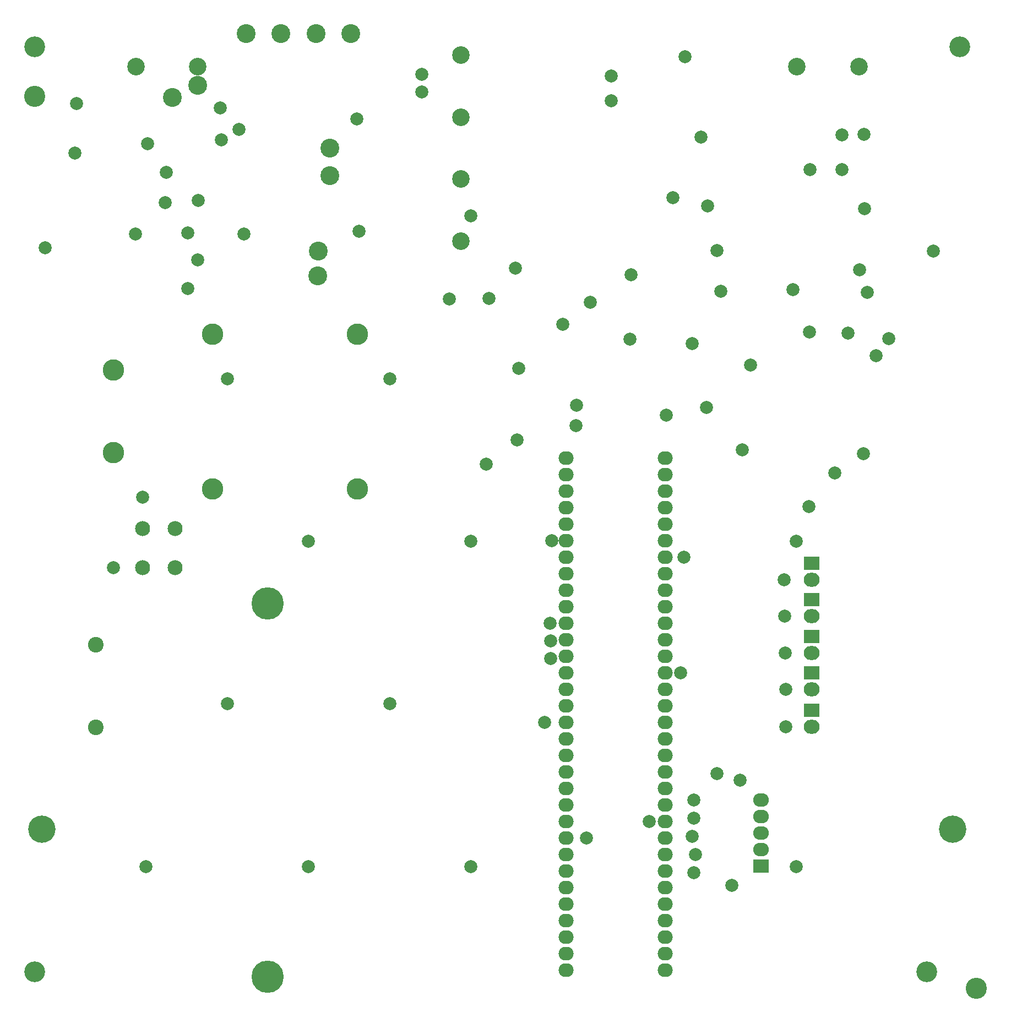
<source format=gbs>
%FSLAX25Y25*%
%MOIN*%
G70*
G01*
G75*
G04 Layer_Color=16711935*
G04:AMPARAMS|DCode=10|XSize=43.31mil|YSize=39.37mil|CornerRadius=0mil|HoleSize=0mil|Usage=FLASHONLY|Rotation=90.000|XOffset=0mil|YOffset=0mil|HoleType=Round|Shape=RoundedRectangle|*
%AMROUNDEDRECTD10*
21,1,0.04331,0.03937,0,0,90.0*
21,1,0.04331,0.03937,0,0,90.0*
1,1,0.00000,0.01969,0.02165*
1,1,0.00000,0.01969,-0.02165*
1,1,0.00000,-0.01969,-0.02165*
1,1,0.00000,-0.01969,0.02165*
%
%ADD10ROUNDEDRECTD10*%
%ADD11R,0.04500X0.05300*%
%ADD12R,0.04100X0.03000*%
%ADD13R,0.03000X0.04100*%
%ADD14R,0.05118X0.10630*%
%ADD15R,0.07795X0.02362*%
G04:AMPARAMS|DCode=16|XSize=23.62mil|YSize=77.95mil|CornerRadius=0mil|HoleSize=0mil|Usage=FLASHONLY|Rotation=270.000|XOffset=0mil|YOffset=0mil|HoleType=Round|Shape=Octagon|*
%AMOCTAGOND16*
4,1,8,0.03898,0.00591,0.03898,-0.00591,0.03307,-0.01181,-0.03307,-0.01181,-0.03898,-0.00591,-0.03898,0.00591,-0.03307,0.01181,0.03307,0.01181,0.03898,0.00591,0.0*
%
%ADD16OCTAGOND16*%

%ADD17R,0.13976X0.10236*%
%ADD18R,0.05906X0.05906*%
G04:AMPARAMS|DCode=19|XSize=118.11mil|YSize=61.02mil|CornerRadius=0mil|HoleSize=0mil|Usage=FLASHONLY|Rotation=270.000|XOffset=0mil|YOffset=0mil|HoleType=Round|Shape=RoundedRectangle|*
%AMROUNDEDRECTD19*
21,1,0.11811,0.06102,0,0,270.0*
21,1,0.11811,0.06102,0,0,270.0*
1,1,0.00000,-0.03051,-0.05906*
1,1,0.00000,-0.03051,0.05906*
1,1,0.00000,0.03051,0.05906*
1,1,0.00000,0.03051,-0.05906*
%
%ADD19ROUNDEDRECTD19*%
G04:AMPARAMS|DCode=20|XSize=43.31mil|YSize=39.37mil|CornerRadius=0mil|HoleSize=0mil|Usage=FLASHONLY|Rotation=180.000|XOffset=0mil|YOffset=0mil|HoleType=Round|Shape=RoundedRectangle|*
%AMROUNDEDRECTD20*
21,1,0.04331,0.03937,0,0,180.0*
21,1,0.04331,0.03937,0,0,180.0*
1,1,0.00000,-0.02165,0.01969*
1,1,0.00000,0.02165,0.01969*
1,1,0.00000,0.02165,-0.01969*
1,1,0.00000,-0.02165,-0.01969*
%
%ADD20ROUNDEDRECTD20*%
%ADD21R,0.10433X0.06890*%
%ADD22R,0.04724X0.08661*%
%ADD23R,0.22835X0.25197*%
%ADD24R,0.03150X0.06299*%
%ADD25R,0.07874X0.21260*%
%ADD26R,0.10630X0.05118*%
%ADD27R,0.10000X0.15000*%
%ADD28R,0.09000X0.05000*%
%ADD29R,0.04500X0.05500*%
%ADD30R,0.07800X0.07000*%
%ADD31R,0.07008X0.02638*%
G04:AMPARAMS|DCode=32|XSize=26.38mil|YSize=70.08mil|CornerRadius=0mil|HoleSize=0mil|Usage=FLASHONLY|Rotation=90.000|XOffset=0mil|YOffset=0mil|HoleType=Round|Shape=Octagon|*
%AMOCTAGOND32*
4,1,8,-0.03504,-0.00660,-0.03504,0.00660,-0.02845,0.01319,0.02845,0.01319,0.03504,0.00660,0.03504,-0.00660,0.02845,-0.01319,-0.02845,-0.01319,-0.03504,-0.00660,0.0*
%
%ADD32OCTAGOND32*%

%ADD33R,0.21260X0.07874*%
%ADD34R,0.06890X0.09646*%
%ADD35C,0.04921*%
%ADD36C,0.05000*%
%ADD37O,0.01400X0.00700*%
%ADD38C,0.03500*%
%ADD39O,0.00700X0.01400*%
%ADD40R,0.08661X0.04724*%
%ADD41R,0.25197X0.22835*%
%ADD42R,0.10236X0.13976*%
%ADD43R,0.02638X0.07008*%
G04:AMPARAMS|DCode=44|XSize=26.38mil|YSize=70.08mil|CornerRadius=0mil|HoleSize=0mil|Usage=FLASHONLY|Rotation=180.000|XOffset=0mil|YOffset=0mil|HoleType=Round|Shape=Octagon|*
%AMOCTAGOND44*
4,1,8,0.00660,-0.03504,-0.00660,-0.03504,-0.01319,-0.02845,-0.01319,0.02845,-0.00660,0.03504,0.00660,0.03504,0.01319,0.02845,0.01319,-0.02845,0.00660,-0.03504,0.0*
%
%ADD44OCTAGOND44*%

%ADD45R,0.07800X0.07000*%
%ADD46R,0.05906X0.05906*%
%ADD47C,0.02362*%
%ADD48C,0.16500*%
%ADD49C,0.09843*%
%ADD50R,0.08661X0.07480*%
%ADD51C,0.08268*%
%ADD52O,0.08268X0.07480*%
%ADD53C,0.18779*%
%ADD54C,0.08661*%
%ADD55C,0.12200*%
%ADD56O,0.08661X0.07480*%
%ADD57C,0.11811*%
%ADD58C,0.15748*%
%ADD59C,0.00600*%
%ADD60C,0.00787*%
%ADD61C,0.00500*%
%ADD62C,0.00800*%
%ADD63C,0.00787*%
%ADD64C,0.01000*%
%ADD65C,0.01200*%
G04:AMPARAMS|DCode=66|XSize=51.31mil|YSize=47.37mil|CornerRadius=0mil|HoleSize=0mil|Usage=FLASHONLY|Rotation=90.000|XOffset=0mil|YOffset=0mil|HoleType=Round|Shape=RoundedRectangle|*
%AMROUNDEDRECTD66*
21,1,0.05131,0.04737,0,0,90.0*
21,1,0.05131,0.04737,0,0,90.0*
1,1,0.00000,0.02369,0.02565*
1,1,0.00000,0.02369,-0.02565*
1,1,0.00000,-0.02369,-0.02565*
1,1,0.00000,-0.02369,0.02565*
%
%ADD66ROUNDEDRECTD66*%
%ADD67R,0.05300X0.06100*%
%ADD68R,0.04900X0.03800*%
%ADD69R,0.03800X0.04900*%
%ADD70R,0.05918X0.11430*%
%ADD71R,0.08595X0.03162*%
G04:AMPARAMS|DCode=72|XSize=31.62mil|YSize=85.95mil|CornerRadius=0mil|HoleSize=0mil|Usage=FLASHONLY|Rotation=270.000|XOffset=0mil|YOffset=0mil|HoleType=Round|Shape=Octagon|*
%AMOCTAGOND72*
4,1,8,0.04298,0.00791,0.04298,-0.00791,0.03507,-0.01581,-0.03507,-0.01581,-0.04298,-0.00791,-0.04298,0.00791,-0.03507,0.01581,0.03507,0.01581,0.04298,0.00791,0.0*
%
%ADD72OCTAGOND72*%

%ADD73R,0.14776X0.11036*%
%ADD74R,0.06706X0.06706*%
G04:AMPARAMS|DCode=75|XSize=126.11mil|YSize=69.02mil|CornerRadius=0mil|HoleSize=0mil|Usage=FLASHONLY|Rotation=270.000|XOffset=0mil|YOffset=0mil|HoleType=Round|Shape=RoundedRectangle|*
%AMROUNDEDRECTD75*
21,1,0.12611,0.06902,0,0,270.0*
21,1,0.12611,0.06902,0,0,270.0*
1,1,0.00000,-0.03451,-0.06306*
1,1,0.00000,-0.03451,0.06306*
1,1,0.00000,0.03451,0.06306*
1,1,0.00000,0.03451,-0.06306*
%
%ADD75ROUNDEDRECTD75*%
G04:AMPARAMS|DCode=76|XSize=51.31mil|YSize=47.37mil|CornerRadius=0mil|HoleSize=0mil|Usage=FLASHONLY|Rotation=180.000|XOffset=0mil|YOffset=0mil|HoleType=Round|Shape=RoundedRectangle|*
%AMROUNDEDRECTD76*
21,1,0.05131,0.04737,0,0,180.0*
21,1,0.05131,0.04737,0,0,180.0*
1,1,0.00000,-0.02565,0.02369*
1,1,0.00000,0.02565,0.02369*
1,1,0.00000,0.02565,-0.02369*
1,1,0.00000,-0.02565,-0.02369*
%
%ADD76ROUNDEDRECTD76*%
%ADD77R,0.11233X0.07690*%
%ADD78R,0.05524X0.09461*%
%ADD79R,0.23635X0.25997*%
%ADD80R,0.03950X0.07099*%
%ADD81R,0.08674X0.22060*%
%ADD82R,0.11430X0.05918*%
%ADD83R,0.10800X0.15800*%
%ADD84R,0.09800X0.05800*%
%ADD85R,0.05300X0.06300*%
%ADD86R,0.08600X0.07800*%
%ADD87R,0.07808X0.03438*%
G04:AMPARAMS|DCode=88|XSize=34.38mil|YSize=78.08mil|CornerRadius=0mil|HoleSize=0mil|Usage=FLASHONLY|Rotation=90.000|XOffset=0mil|YOffset=0mil|HoleType=Round|Shape=Octagon|*
%AMOCTAGOND88*
4,1,8,-0.03904,-0.00860,-0.03904,0.00860,-0.03045,0.01719,0.03045,0.01719,0.03904,0.00860,0.03904,-0.00860,0.03045,-0.01719,-0.03045,-0.01719,-0.03904,-0.00860,0.0*
%
%ADD88OCTAGOND88*%

%ADD89R,0.22060X0.08674*%
%ADD90R,0.07690X0.10446*%
%ADD91C,0.12795*%
%ADD92R,0.09461X0.05524*%
%ADD93R,0.25997X0.23635*%
%ADD94R,0.11036X0.14776*%
%ADD95R,0.03438X0.07808*%
G04:AMPARAMS|DCode=96|XSize=34.38mil|YSize=78.08mil|CornerRadius=0mil|HoleSize=0mil|Usage=FLASHONLY|Rotation=180.000|XOffset=0mil|YOffset=0mil|HoleType=Round|Shape=Octagon|*
%AMOCTAGOND96*
4,1,8,0.00860,-0.03904,-0.00860,-0.03904,-0.01719,-0.03045,-0.01719,0.03045,-0.00860,0.03904,0.00860,0.03904,0.01719,0.03045,0.01719,-0.03045,0.00860,-0.03904,0.0*
%
%ADD96OCTAGOND96*%

%ADD97R,0.08600X0.07800*%
%ADD98R,0.06706X0.06706*%
%ADD99C,0.10642*%
%ADD100R,0.09661X0.08480*%
%ADD101C,0.09068*%
%ADD102O,0.09068X0.08280*%
%ADD103C,0.19580*%
%ADD104C,0.09461*%
%ADD105C,0.13000*%
%ADD106O,0.09661X0.08480*%
%ADD107O,0.09461X0.08280*%
%ADD108R,0.09461X0.08280*%
%ADD109C,0.12611*%
%ADD110C,0.16548*%
%ADD111C,0.07868*%
%ADD112C,0.11411*%
D91*
X-280000Y250000D02*
D03*
X290000Y-290000D02*
D03*
D99*
X-181260Y268000D02*
D03*
X-218740D02*
D03*
X-22000Y237260D02*
D03*
Y274740D02*
D03*
Y162299D02*
D03*
Y199779D02*
D03*
X218922Y268000D02*
D03*
X181442D02*
D03*
D100*
X190508Y-54955D02*
D03*
Y-121655D02*
D03*
Y-99255D02*
D03*
Y-77155D02*
D03*
Y-32655D02*
D03*
D101*
X-214567Y-35433D02*
D03*
X-194882D02*
D03*
Y-11811D02*
D03*
X-214567D02*
D03*
D102*
X101858Y30945D02*
D03*
Y20945D02*
D03*
Y10945D02*
D03*
Y945D02*
D03*
Y-9055D02*
D03*
Y-19055D02*
D03*
Y-29055D02*
D03*
Y-39055D02*
D03*
Y-49055D02*
D03*
Y-59055D02*
D03*
Y-69055D02*
D03*
Y-79055D02*
D03*
Y-89055D02*
D03*
Y-99055D02*
D03*
Y-109055D02*
D03*
Y-119055D02*
D03*
Y-129055D02*
D03*
Y-139055D02*
D03*
Y-149055D02*
D03*
Y-159055D02*
D03*
Y-169055D02*
D03*
Y-179055D02*
D03*
Y-189055D02*
D03*
Y-199055D02*
D03*
Y-209055D02*
D03*
Y-219055D02*
D03*
Y-229055D02*
D03*
Y-239055D02*
D03*
Y-249055D02*
D03*
Y-259055D02*
D03*
Y-269055D02*
D03*
Y-279055D02*
D03*
X41858Y30945D02*
D03*
Y20945D02*
D03*
Y10945D02*
D03*
Y945D02*
D03*
Y-9055D02*
D03*
Y-19055D02*
D03*
Y-29055D02*
D03*
Y-39055D02*
D03*
Y-49055D02*
D03*
Y-59055D02*
D03*
Y-69055D02*
D03*
Y-79055D02*
D03*
Y-89055D02*
D03*
Y-99055D02*
D03*
Y-109055D02*
D03*
Y-119055D02*
D03*
Y-129055D02*
D03*
Y-139055D02*
D03*
Y-149055D02*
D03*
Y-159055D02*
D03*
Y-169055D02*
D03*
Y-179055D02*
D03*
Y-189055D02*
D03*
Y-199055D02*
D03*
Y-209055D02*
D03*
Y-219055D02*
D03*
Y-229055D02*
D03*
Y-239055D02*
D03*
Y-249055D02*
D03*
Y-259055D02*
D03*
Y-269055D02*
D03*
Y-279055D02*
D03*
D103*
X-139097Y-282992D02*
D03*
Y-57008D02*
D03*
D104*
X-243113Y-82008D02*
D03*
Y-132008D02*
D03*
D105*
X-232283Y34055D02*
D03*
Y84055D02*
D03*
X-172283Y105955D02*
D03*
X-84784D02*
D03*
X-172283Y12155D02*
D03*
X-84784D02*
D03*
D106*
X190508Y-131655D02*
D03*
Y-109255D02*
D03*
Y-87155D02*
D03*
Y-64955D02*
D03*
Y-42655D02*
D03*
D107*
X159858Y-176055D02*
D03*
Y-186055D02*
D03*
Y-196055D02*
D03*
Y-206055D02*
D03*
D108*
Y-216055D02*
D03*
D109*
X-280000Y280000D02*
D03*
X280000D02*
D03*
X-280000Y-280000D02*
D03*
X260000D02*
D03*
D110*
X275590Y-193701D02*
D03*
X-275590D02*
D03*
D111*
X181032Y-19470D02*
D03*
Y-216320D02*
D03*
X-15819Y177380D02*
D03*
Y-19470D02*
D03*
Y-216320D02*
D03*
X-65031Y78955D02*
D03*
X-114244Y-19470D02*
D03*
X-65031Y-117895D02*
D03*
X-114244Y-216320D02*
D03*
X-163457Y78955D02*
D03*
Y-117895D02*
D03*
X-212669Y-216320D02*
D03*
X92000Y-189000D02*
D03*
X54000Y-199000D02*
D03*
X-214600Y7100D02*
D03*
X33000Y-19000D02*
D03*
X-255800Y215600D02*
D03*
X-273700Y158300D02*
D03*
X118000Y-198000D02*
D03*
X120000Y-209000D02*
D03*
X119000Y-220000D02*
D03*
Y-187000D02*
D03*
X119055Y-176055D02*
D03*
X174790Y-131655D02*
D03*
X174645Y-109255D02*
D03*
X174245Y-87155D02*
D03*
X174055Y-64955D02*
D03*
X173700Y-42655D02*
D03*
X81096Y141796D02*
D03*
X12073Y42000D02*
D03*
X47600Y50600D02*
D03*
X48100Y62800D02*
D03*
X123300Y225300D02*
D03*
X188700Y1651D02*
D03*
X189000Y107300D02*
D03*
X178900Y133000D02*
D03*
X221900Y227000D02*
D03*
X39600Y112000D02*
D03*
X80400Y102700D02*
D03*
X264000Y156200D02*
D03*
X221600Y33600D02*
D03*
X229400Y93000D02*
D03*
X102200Y56900D02*
D03*
X219257Y144757D02*
D03*
X222200Y182000D02*
D03*
X237035Y103165D02*
D03*
X224100Y131200D02*
D03*
X153497Y87197D02*
D03*
X127200Y183400D02*
D03*
X212400Y106400D02*
D03*
X135432Y131732D02*
D03*
X208646Y226635D02*
D03*
Y205486D02*
D03*
X189354D02*
D03*
X113615Y273953D02*
D03*
X68926Y262300D02*
D03*
X69016Y247110D02*
D03*
X-167100Y223600D02*
D03*
X-167700Y242700D02*
D03*
X-45700Y263115D02*
D03*
Y252485D02*
D03*
X-5100Y127500D02*
D03*
X-28900Y127200D02*
D03*
X-83800Y168100D02*
D03*
X28755Y-129055D02*
D03*
X-201100Y185600D02*
D03*
X-187157Y133657D02*
D03*
X-153300Y166500D02*
D03*
X-200200Y203700D02*
D03*
X-84900Y236100D02*
D03*
X-181000Y186757D02*
D03*
X-187200Y167200D02*
D03*
X-156268Y229968D02*
D03*
X32500Y-90400D02*
D03*
Y-79700D02*
D03*
X32155Y-69055D02*
D03*
X113000Y-29000D02*
D03*
X111000Y-99000D02*
D03*
X133000Y-160000D02*
D03*
X147000Y-164000D02*
D03*
X141897Y-227897D02*
D03*
X-232283Y-35433D02*
D03*
X133135Y156535D02*
D03*
X148300Y35700D02*
D03*
X56221Y125093D02*
D03*
X-6762Y27202D02*
D03*
X118000Y100100D02*
D03*
X126800Y61400D02*
D03*
X11100Y145800D02*
D03*
X12900Y85100D02*
D03*
X-211700Y221200D02*
D03*
X-218900Y166600D02*
D03*
X-254600Y245500D02*
D03*
X-181400Y150900D02*
D03*
X204200Y21800D02*
D03*
X106273Y188600D02*
D03*
D112*
X-196600Y249200D02*
D03*
X-181260Y256360D02*
D03*
X-108300Y156100D02*
D03*
X-108600Y141200D02*
D03*
X-101400Y218384D02*
D03*
X-101208Y201708D02*
D03*
X-88688Y287888D02*
D03*
X-151900D02*
D03*
X-109758D02*
D03*
X-130829D02*
D03*
M02*

</source>
